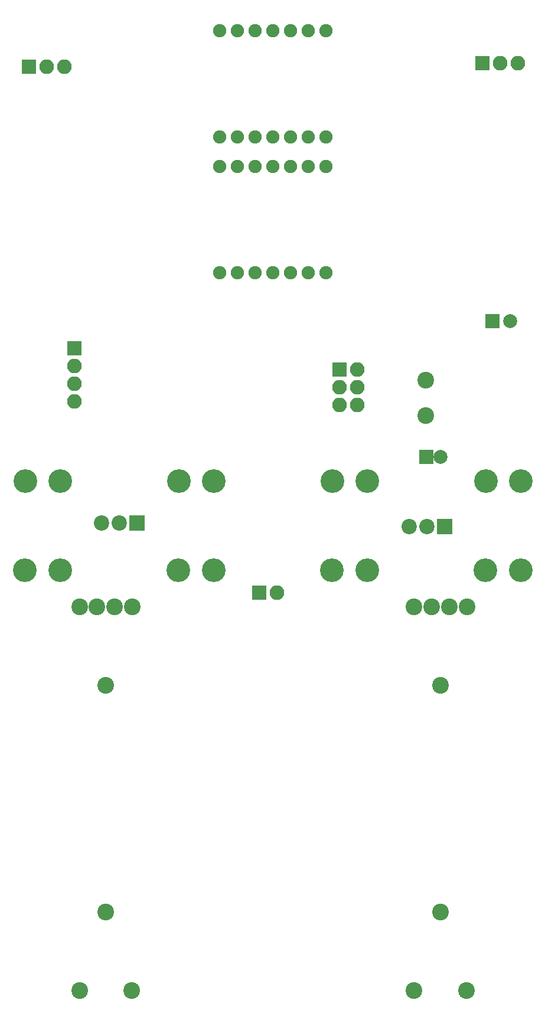
<source format=gbs>
G04 #@! TF.FileFunction,Soldermask,Bot*
%FSLAX46Y46*%
G04 Gerber Fmt 4.6, Leading zero omitted, Abs format (unit mm)*
G04 Created by KiCad (PCBNEW 4.0.4-stable) date Saturday, September 23, 2017 'PMt' 01:19:15 PM*
%MOMM*%
%LPD*%
G01*
G04 APERTURE LIST*
%ADD10C,0.100000*%
%ADD11C,3.400000*%
%ADD12R,2.000000X2.000000*%
%ADD13C,2.000000*%
%ADD14C,2.398980*%
%ADD15R,2.200000X2.200000*%
%ADD16C,2.200000*%
%ADD17C,1.900000*%
%ADD18R,2.100000X2.100000*%
%ADD19O,2.100000X2.100000*%
%ADD20C,2.400000*%
G04 APERTURE END LIST*
D10*
D11*
X52000000Y-111500000D03*
X51920000Y-124250000D03*
X57000000Y-111500000D03*
X57000000Y-124250000D03*
D12*
X109500000Y-108000000D03*
D13*
X111500000Y-108000000D03*
D12*
X119000000Y-88500000D03*
D13*
X121500000Y-88500000D03*
D14*
X109420000Y-97000000D03*
X109420000Y-102080000D03*
D15*
X68040000Y-117500000D03*
D16*
X65500000Y-117500000D03*
X62960000Y-117500000D03*
D15*
X112080000Y-118000000D03*
D16*
X109540000Y-118000000D03*
X107000000Y-118000000D03*
D17*
X79880000Y-66380000D03*
X82420000Y-66380000D03*
X84960000Y-66380000D03*
X95120000Y-66380000D03*
X92580000Y-66380000D03*
X90040000Y-66380000D03*
X87500000Y-66380000D03*
X95120000Y-81620000D03*
X92580000Y-81620000D03*
X90040000Y-81620000D03*
X79880000Y-81620000D03*
X82420000Y-81620000D03*
X84960000Y-81620000D03*
X87500000Y-81620000D03*
X79880000Y-46880000D03*
X82420000Y-46880000D03*
X84960000Y-46880000D03*
X95120000Y-46880000D03*
X92580000Y-46880000D03*
X90040000Y-46880000D03*
X87500000Y-46880000D03*
X95120000Y-62120000D03*
X92580000Y-62120000D03*
X90040000Y-62120000D03*
X79880000Y-62120000D03*
X82420000Y-62120000D03*
X84960000Y-62120000D03*
X87500000Y-62120000D03*
D18*
X85500000Y-127500000D03*
D19*
X88040000Y-127500000D03*
D18*
X97000000Y-95460000D03*
D19*
X99540000Y-95460000D03*
X97000000Y-98000000D03*
X99540000Y-98000000D03*
X97000000Y-100540000D03*
X99540000Y-100540000D03*
D18*
X52500000Y-52000000D03*
D19*
X55040000Y-52000000D03*
X57580000Y-52000000D03*
D18*
X117500000Y-51500000D03*
D19*
X120040000Y-51500000D03*
X122580000Y-51500000D03*
D18*
X59000000Y-92460000D03*
D19*
X59000000Y-95000000D03*
X59000000Y-97540000D03*
X59000000Y-100080000D03*
D20*
X67250000Y-184500000D03*
X59750000Y-184500000D03*
X63500000Y-173250000D03*
X67290000Y-129500000D03*
X64750000Y-129500000D03*
X62250000Y-129500000D03*
X59750000Y-129500000D03*
X63500000Y-140750000D03*
X115250000Y-184500000D03*
X107750000Y-184500000D03*
X111500000Y-173250000D03*
X115290000Y-129500000D03*
X112750000Y-129500000D03*
X110250000Y-129500000D03*
X107750000Y-129500000D03*
X111500000Y-140750000D03*
D11*
X74000000Y-111500000D03*
X73920000Y-124250000D03*
X79000000Y-111500000D03*
X79000000Y-124250000D03*
X96000000Y-111500000D03*
X95920000Y-124250000D03*
X101000000Y-111500000D03*
X101000000Y-124250000D03*
X118000000Y-111500000D03*
X117920000Y-124250000D03*
X123000000Y-111500000D03*
X123000000Y-124250000D03*
M02*

</source>
